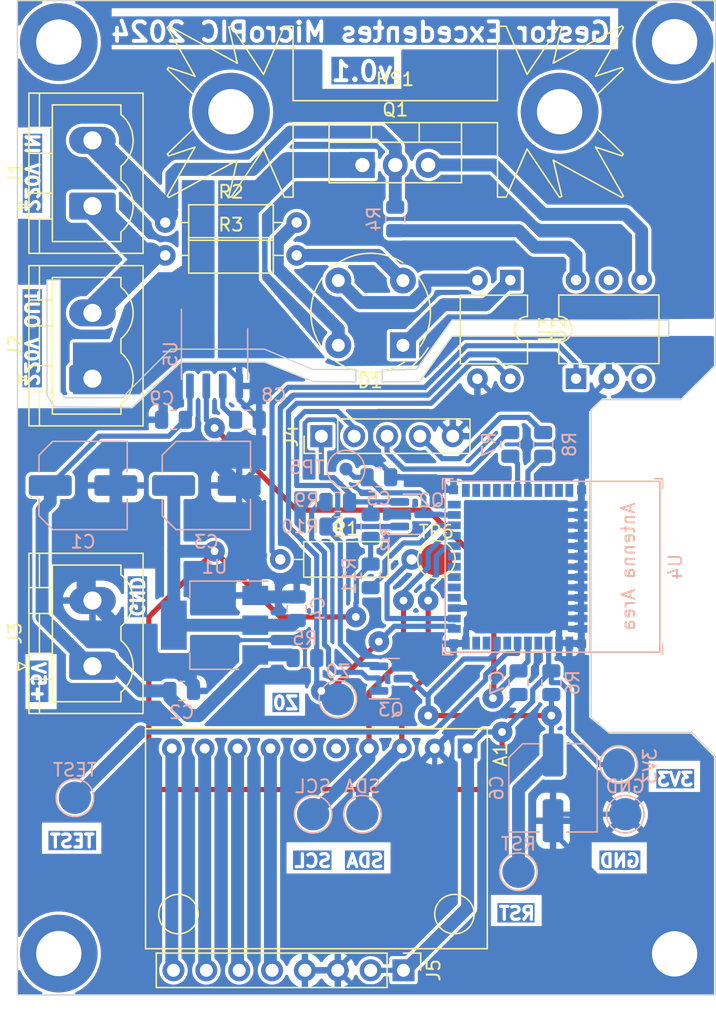
<source format=kicad_pcb>
(kicad_pcb (version 20221018) (generator pcbnew)
  (layers (0 "F.Cu" signal) (31 "B.Cu" signal) (34 "B.Paste" user) (35 "F.Paste" user) (36 "B.SilkS" user "B.Silkscreen") (37 "F.SilkS" user "F.Silkscreen") (38 "B.Mask" user) (39 "F.Mask" user) (44 "Edge.Cuts" user))
  (net 0 "")
  (net 1 "Net-(D1-+)")
  (net 2 "Net-(D1-Pad2)")
  (net 3 "Net-(D1--)")
  (net 4 "Net-(D1-Pad4)")
  (net 5 "Net-(J1-Pin_2)")
  (net 6 "Net-(Q1-G)")
  (net 7 "Net-(Q2-B)")
  (net 8 "/DTR")
  (net 9 "Net-(Q2-C)")
  (net 10 "Net-(Q3-B)")
  (net 11 "/RTS")
  (net 12 "/CHIP_PU")
  (net 13 "GND")
  (net 14 "+3V3")
  (net 15 "VCC")
  (net 16 "/Cruce0")
  (net 18 "Consumo")
  (net 19 "Net-(U4-GPIO3{slash}ADC1_CH3)")
  (net 23 "/Triac")
  (net 29 "Net-(U5-FILTER)")
  (net 36 "Net-(U4-GPIO20{slash}U0RXD)")
  (net 37 "Net-(U4-GPIO21{slash}U0TXD)")
  (net 42 "Net-(R1-Pad1)")
  (net 43 "/U0RXD")
  (net 44 "/U0TXD")
  (net 45 "Net-(J1-Pin_1)")
  (net 46 "Net-(R4-Pad2)")
  (net 49 "Net-(U4-GPIO8)")
  (net 50 "/SDA")
  (net 51 "/SCL")
  (net 54 "Net-(A1-A0)")
  (net 55 "Net-(A1-A1)")
  (net 56 "Net-(A1-A2)")
  (net 57 "Net-(A1-A3)")
  (net 58 "Net-(J2-Pin_1)")
  (net 59 "Net-(Q1-A1)")
  (footprint "Package_TO_SOT_THT:TO-220-3_Vertical" (layer "F.Cu") (at 52.07 33.02)
    (fp_text reference "Q1")
    (fp_text value "BTA16-600B")
  )
  (footprint "Package_DIP:DIP-6_W7.62mm" (layer "F.Cu") (at 68.58 49.53 90)
    (fp_text reference "U3")
    (fp_text value "MOC3021M")
  )
  (footprint "Resistor_THT:R_Axial_DIN0207_L6.3mm_D2.5mm_P10.16mm_Horizontal" (layer "F.Cu") (at 36.83 40.005)
    (fp_text reference "R3")
    (fp_text value "30K 1/2W")
  )
  (footprint "Resistor_THT:R_Axial_DIN0207_L6.3mm_D2.5mm_P10.16mm_Horizontal" (layer "F.Cu") (at 36.83 37.465)
    (fp_text reference "R2")
    (fp_text value "30K 1/2W")
  )
  (footprint "Connector_Phoenix_MSTB:PhoenixContact_MSTBVA_2,5_2-G-5,08_1x02_P5.08mm_Vertical" (layer "F.Cu") (at 31.2025 36.195 90)
    (fp_text reference "J1")
    (fp_text value "220Vac")
  )
  (footprint "Connector_PinHeader_2.54mm:PinHeader_1x05_P2.54mm_Vertical" (layer "F.Cu") (at 48.895 53.975 90)
    (fp_text reference "J4")
    (fp_text value "Programación")
  )
  (footprint "TestPoint:TestPoint_Pad_D2.5mm" (layer "F.Cu") (at 57.785 63.5)
    (fp_text reference "TP6")
    (fp_text value "Triac")
  )
  (footprint "Resistor_THT:R_Axial_DIN0207_L6.3mm_D2.5mm_P10.16mm_Horizontal" (layer "F.Cu") (at 45.72 63.5)
    (fp_text reference "R1")
    (fp_text value "1K")
  )
  (footprint "Package_DIP:DIP-4_W7.62mm" (layer "F.Cu") (at 63.5 41.92 -90)
    (fp_text reference "U2")
    (fp_text value "PC817")
  )
  (footprint "Charleslab:ADC1115_ADC_Module" (layer "F.Cu") (at 60.198 78.105 -90)
    (fp_text reference "A1")
    (fp_text value "ADS1115_ADC_Module")
  )
  (footprint "Diode_THT:Diode_Bridge_Round_D9.0mm" (layer "F.Cu") (at 55.205 46.95 180)
    (fp_text reference "D1")
    (fp_text value "B500R")
  )
  (footprint "Connector_Phoenix_MSTB:PhoenixContact_MSTBVA_2,5_2-G-5,08_1x02_P5.08mm_Vertical" (layer "F.Cu") (at 31.2025 71.755 90)
    (fp_text reference "J3")
    (fp_text value "5V")
  )
  (footprint "Connector_Phoenix_MSTB:PhoenixContact_MSTBVA_2,5_2-G-5,08_1x02_P5.08mm_Vertical" (layer "F.Cu") (at 31.2025 49.53 90)
    (fp_text reference "J2")
    (fp_text value "Salida")
  )
  (footprint "Heatsink:Heatsink_Fischer_SK104-STCB_35x13mm__2xDrill3.5mm_ScrewM3" (layer "F.Cu") (at 54.61 28.9)
    (fp_text reference "HS1")
    (fp_text value "Heatsink")
  )
  (footprint "Connector_PinHeader_2.54mm:PinHeader_1x08_P2.54mm_Vertical" (layer "F.Cu") (at 55.245 95.25 -90)
    (fp_text reference "J5")
    (fp_text value "Analógicas")
  )
  (footprint "Resistor_SMD:R_0805_2012Metric" (layer "B.Cu") (at 66.675 73.025 90)
    (fp_text reference "R6")
    (fp_text value "10K")
  )
  (footprint "TestPoint:TestPoint_Pad_D2.5mm" (layer "B.Cu") (at 71.882 79.3496 180)
    (fp_text reference "3V3")
    (fp_text value "3V3")
  )
  (footprint "Capacitor_SMD:C_Elec_6.3x7.7" (layer "B.Cu") (at 66.802 81.153 -90)
    (fp_text reference "C6")
    (fp_text value "1uF")
  )
  (footprint "Package_TO_SOT_SMD:SOT-23" (layer "B.Cu") (at 54.2775 72.71)
    (fp_text reference "Q3")
    (fp_text value "BC817")
  )
  (footprint "Resistor_SMD:R_0805_2012Metric" (layer "B.Cu") (at 54.61 37.1875 -90)
    (fp_text reference "R4")
    (fp_text value "1K")
  )
  (footprint "TestPoint:TestPoint_Pad_D2.5mm" (layer "B.Cu") (at 50.165 74.295 180)
    (fp_text reference "Z0")
    (fp_text value "Cruce0")
  )
  (footprint "Resistor_SMD:R_0805_2012Metric" (layer "B.Cu") (at 53.34 57.15)
    (fp_text reference "C5")
    (fp_text value "100nF")
  )
  (footprint "Resistor_SMD:R_0805_2012Metric" (layer "B.Cu") (at 38.1 73.66)
    (fp_text reference "C2")
    (fp_text value "100nF")
  )
  (footprint "Resistor_SMD:R_0805_2012Metric" (layer "B.Cu") (at 43.18 52.705)
    (fp_text reference "C8")
    (fp_text value "1nF")
  )
  (footprint "TestPoint:TestPoint_Pad_D2.5mm" (layer "B.Cu") (at 52.07 83.185 180)
    (fp_text reference "SDA")
    (fp_text value "SDA")
  )
  (footprint "Resistor_SMD:R_0805_2012Metric" (layer "B.Cu") (at 46.99 67.31 90)
    (fp_text reference "C4")
    (fp_text value "100nF")
  )
  (footprint "Resistor_SMD:R_0805_2012Metric" (layer "B.Cu") (at 37.465 52.705 180)
    (fp_text reference "C9")
    (fp_text value "100nF")
  )
  (footprint "TestPoint:TestPoint_Pad_D2.5mm" (layer "B.Cu") (at 50.8 56.515 180)
    (fp_text reference "TP5")
    (fp_text value "GPIO9")
  )
  (footprint "Package_TO_SOT_SMD:SOT-223-3_TabPin2" (layer "B.Cu") (at 40.64 68.58 180)
    (fp_text reference "U1")
    (fp_text value "LM1117DT-3.3")
  )
  (footprint "Resistor_SMD:R_0805_2012Metric" (layer "B.Cu") (at 52.705 60.96 90)
    (fp_text reference "R12")
    (fp_text value "10K")
  )
  (footprint "TestPoint:TestPoint_Pad_D2.5mm" (layer "B.Cu") (at 64.135 87.63 180)
    (fp_text reference "RST")
    (fp_text value "CHIP_PU")
  )
  (footprint "Resistor_SMD:R_0805_2012Metric" (layer "B.Cu") (at 63.5 54.61 -90)
    (fp_text reference "R7")
    (fp_text value "0")
  )
  (footprint "Resistor_SMD:R_0805_2012Metric" (layer "B.Cu") (at 52.705 64.77 -90)
    (fp_text reference "R11")
    (fp_text value "10K")
  )
  (footprint "Capacitor_SMD:C_Elec_6.3x7.7" (layer "B.Cu") (at 40.005 57.785)
    (fp_text reference "C3")
    (fp_text value "100uF")
  )
  (footprint "PCM_Espressif:ESP32-C3-MINI-1" (layer "B.Cu") (at 66.765 64.065 90)
    (fp_text reference "U4")
    (fp_text value "ESP32-C3-MINI-1")
  )
  (footprint "Resistor_SMD:R_0805_2012Metric" (layer "B.Cu") (at 64.135 73.025 -90)
    (fp_text reference "C7")
    (fp_text value "10nF")
  )
  (footprint "TestPoint:TestPoint_Pad_D2.5mm" (layer "B.Cu") (at 48.26 83.185 180)
    (fp_text reference "SCL")
    (fp_text value "SCL")
  )
  (footprint "Package_TO_SOT_SMD:SOT-23" (layer "B.Cu") (at 55.88 60.005)
    (fp_text reference "Q2")
    (fp_text value "BC807")
  )
  (footprint "Resistor_SMD:R_0805_2012Metric" (layer "B.Cu") (at 47.625 71.12 180)
    (fp_text reference "R5")
    (fp_text value "1K")
  )
  (footprint "Resistor_SMD:R_0805_2012Metric" (layer "B.Cu") (at 50.165 59.055)
    (fp_text reference "R9")
    (fp_text value "10K")
  )
  (footprint "Capacitor_SMD:C_Elec_6.3x7.7" (layer "B.Cu") (at 30.4775 57.785)
    (fp_text reference "C1")
    (fp_text value "100uF")
  )
  (footprint "Package_SO:SOIC-8_3.9x4.9mm_P1.27mm" (layer "B.Cu") (at 40.64 47.625 -90)
    (fp_text reference "U5")
    (fp_text value "ACS724LLCTR-10AB-S")
  )
  (footprint "Resistor_SMD:R_0805_2012Metric" (layer "B.Cu") (at 50.165 60.96 180)
    (fp_text reference "R10")
    (fp_text value "10K")
  )
  (footprint "TestPoint:TestPoint_Pad_D2.5mm" (layer "B.Cu") (at 29.845 81.915 180)
    (fp_text reference "TEST")
    (fp_text value "Test1")
  )
  (footprint "Resistor_SMD:R_0805_2012Metric" (layer "B.Cu") (at 66.04 54.61 -90)
    (fp_text reference "R8")
    (fp_text value "0")
  )
  (footprint "TestPoint:TestPoint_Pad_D2.5mm" (layer "B.Cu") (at 72.39 83.185 180)
    (fp_text reference "GND")
    (fp_text value "GND")
  )
  (gr_poly (pts (xy 40.5384 47.2948) (xy 40.5384 34.29) (xy 39.37 34.29) (xy 38.2 34.29) (xy 38.22 40.83) (xy 37.36 41.41)) (stroke (width 0.2)) (fill solid) (layer "B.Cu"))
  (gr_poly (pts (xy 34.798 50.6476) (xy 37.9984 47.8536) (xy 40.5384 47.8536) (xy 40.5384 46.3296) (xy 40.386 41.402) (xy 36.322 41.402) (xy 33.782 43.942) (xy 32.766 46.829389) (xy 29.788757 46.829389) (xy 29.788757 50.639389) (xy 32.328757 50.639389)) (stroke (width 0.2)) (fill solid) (layer "B.Cu"))
  (gr_poly (pts (xy 40.9956 47.8536) (xy 43.9928 47.8536) (xy 43.942 34.29) (xy 41.021 34.29)) (stroke (width 0.2)) (fill solid) (layer "B.Cu"))
  (gr_poly (pts (xy 44 42) (xy 49.022 47.8536) (xy 43.9928 47.8536)) (stroke (width 0.2)) (fill solid) (layer "B.Cu"))
  (gr_line (start 44.5 48.25) (end 48.25 49.75) (stroke (width 0.1)) (layer "Edge.Cuts"))
  (gr_line (start 56.5 49.75) (end 59 46.25) (stroke (width 0.1)) (layer "Edge.Cuts"))
  (gr_line (start 29.0576 51.0032) (end 28.702 50.546) (stroke (width 0.1)) (layer "Edge.Cuts"))
  (gr_line (start 33.5 51) (end 37 47.5) (stroke (width 0.1)) (layer "Edge.Cuts"))
  (gr_line (start 51.562 49.784) (end 48.25 49.75) (stroke (width 0.1)) (layer "Edge.Cuts"))
  (gr_line (start 38 48.25) (end 34.25 51.75) (stroke (width 0.1)) (layer "Edge.Cuts"))
  (gr_line (start 44.5 48.25) (end 38 48.25) (stroke (width 0.1)) (layer "Edge.Cuts"))
  (gr_line (start 25.4 97.155) (end 25.4 20.32) (stroke (width 0.1)) (layer "Edge.Cuts"))
  (gr_line (start 70.5612 51.1556) (end 69.7484 51.9176) (stroke (width 0.1)) (layer "Edge.Cuts"))
  (gr_line (start 28.702 41.91) (end 27.686 41.91) (stroke (width 0.1)) (layer "Edge.Cuts"))
  (gr_line (start 69.7484 75.692) (end 71.0692 76.8604) (stroke (width 0.1)) (layer "Edge.Cuts"))
  (gr_line (start 51.562 48.8188) (end 51.562 49.784) (stroke (width 0.1)) (layer "Edge.Cuts"))
  (gr_line (start 27.686 41.91) (end 27.686 50.8) (stroke (width 0.1)) (layer "Edge.Cuts"))
  (gr_line (start 59 45) (end 75.75 45) (stroke (width 0.1)) (layer "Edge.Cuts"))
  (gr_line (start 33.5 51) (end 29.0576 51.0032) (stroke (width 0.1)) (layer "Edge.Cuts"))
  (gr_line (start 79.375 20.32) (end 79.375 48.4632) (stroke (width 0.1)) (layer "Edge.Cuts"))
  (gr_line (start 53.594 48.8696) (end 53.594 49.784) (stroke (width 0.1)) (layer "Edge.Cuts"))
  (gr_line (start 69.7484 51.9176) (end 69.7484 75.692) (stroke (width 0.1)) (layer "Edge.Cuts"))
  (gr_line (start 25.4 20.32) (end 79.375 20.32) (stroke (width 0.1)) (layer "Edge.Cuts"))
  (gr_line (start 77.5208 76.8604) (end 79.375 78.6892) (stroke (width 0.1)) (layer "Edge.Cuts"))
  (gr_line (start 37.25 47.25) (end 44.5 47.25) (stroke (width 0.1)) (layer "Edge.Cuts"))
  (gr_line (start 44.5 47.25) (end 48.2092 48.8188) (stroke (width 0.1)) (layer "Edge.Cuts"))
  (gr_line (start 71.0692 76.8604) (end 77.5208 76.8604) (stroke (width 0.1)) (layer "Edge.Cuts"))
  (gr_line (start 79.375 78.6892) (end 79.375 97.155) (stroke (width 0.1)) (layer "Edge.Cuts"))
  (gr_line (start 34.25 51.75) (end 33.5 51.75) (stroke (width 0.1)) (layer "Edge.Cuts"))
  (gr_line (start 28.702 50.546) (end 28.702 41.91) (stroke (width 0.1)) (layer "Edge.Cuts"))
  (gr_line (start 27.686 50.8) (end 28.2448 51.7144) (stroke (width 0.1)) (layer "Edge.Cuts"))
  (gr_line (start 75.75 46.25) (end 59 46.25) (stroke (width 0.1)) (layer "Edge.Cuts"))
  (gr_line (start 48.2092 48.8188) (end 51.562 48.8188) (stroke (width 0.1)) (layer "Edge.Cuts"))
  (gr_line (start 76.6572 51.1556) (end 70.5612 51.1556) (stroke (width 0.1)) (layer "Edge.Cuts"))
  (gr_line (start 76.6572 51.1556) (end 79.375 48.4632) (stroke (width 0.1)) (layer "Edge.Cuts"))
  (gr_line (start 33.5 51.75) (end 29.0576 51.7144) (stroke (width 0.1)) (layer "Edge.Cuts"))
  (gr_line (start 75.75 45) (end 75.75 46.25) (stroke (width 0.1)) (layer "Edge.Cuts"))
  (gr_line (start 37 47.5) (end 37.25 47.25) (stroke (width 0.1)) (layer "Edge.Cuts"))
  (gr_line (start 79.375 97.155) (end 25.4 97.155) (stroke (width 0.1)) (layer "Edge.Cuts"))
  (gr_line (start 29.0576 51.7144) (end 28.2448 51.7144) (stroke (width 0.1)) (layer "Edge.Cuts"))
  (gr_line (start 53.594 49.784) (end 56.5 49.75) (stroke (width 0.1)) (layer "Edge.Cuts"))
  (gr_line (start 56.2356 48.8188) (end 53.594 48.8696) (stroke (width 0.1)) (layer "Edge.Cuts"))
  (gr_line (start 56.2356 48.8188) (end 59 45) (stroke (width 0.1)) (layer "Edge.Cuts"))
  (gr_text "SCL" (at 49.784 87.376) (layer "B.Cu" knockout) (effects (font (size 1 1) (thickness 0.25) bold) (justify left bottom mirror)))
  (gr_text "SDA" (at 53.848 87.376) (layer "B.Cu" knockout) (effects (font (size 1 1) (thickness 0.25) bold) (justify left bottom mirror)))
  (gr_text "v0.1" (at 54.61 26.67) (layer "B.Cu" knockout) (effects (font (size 1.5 1.5) (thickness 0.3) bold) (justify left bottom mirror)))
  (gr_text "Gestor Excedentes MicroPIC 2024" (at 71.374 23.622) (layer "B.Cu" knockout) (effects (font (size 1.5 1.5) (thickness 0.3) bold) (justify left bottom mirror)))
  (gr_text "GND" (at 73.66 87.376) (layer "B.Cu" knockout) (effects (font (size 1 1) (thickness 0.25) bold) (justify left bottom mirror)))
  (gr_text "GND" (at 34.036 68.072 270) (layer "B.Cu" knockout) (effects (font (size 1 1) (thickness 0.25) bold) (justify left bottom mirror)))
  (gr_text "+5V" (at 26.416 74.676 270) (layer "B.Cu" knockout) (effects (font (size 1 1) (thickness 0.25) bold) (justify left bottom mirror)))
  (gr_text "Z0" (at 47.244 75.184) (layer "B.Cu" knockout) (effects (font (size 1 1) (thickness 0.25) bold) (justify left bottom mirror)))
  (gr_text "TEST" (at 31.496 85.852) (layer "B.Cu" knockout) (effects (font (size 1 1) (thickness 0.25) bold) (justify left bottom mirror)))
  (gr_text "3V3" (at 77.7748 81.0768) (layer "B.Cu" knockout) (effects (font (size 1 1) (thickness 0.25) bold) (justify left bottom mirror)))
  (gr_text "220V IN" (at 25.9334 36.7792 270) (layer "B.Cu" knockout) (effects (font (size 1 1) (thickness 0.25) bold) (justify left bottom mirror)))
  (gr_text "220V OUT" (at 25.908 50.2666 270) (layer "B.Cu" knockout) (effects (font (size 1 1) (thickness 0.25) bold) (justify left bottom mirror)))
  (gr_text "RST" (at 65.532 91.44) (layer "B.Cu" knockout) (effects (font (size 1 1) (thickness 0.25) bold) (justify left bottom mirror)))
  (via (at 28.5995 23.5195) (size 6) (drill 3.5) (layers "F.Cu" "B.Cu") (net 0))
  (via (at 76.2 23.495) (size 6) (drill 3.5) (layers "F.Cu" "B.Cu") (net 0))
  (via (at 28.5995 93.9555) (size 6) (drill 3.5) (layers "F.Cu" "B.Cu") (net 0))
  (segment (start 55.205 46.95) (end 58.34 43.815) (width 1) (layer "B.Cu") (net 1))
  (segment (start 58.34 43.815) (end 61.605 43.815) (width 1) (layer "B.Cu") (net 1))
  (segment (start 61.605 43.815) (end 63.5 41.92) (width 1) (layer "B.Cu") (net 1))
  (segment (start 46.99 40.005) (end 53.26 40.005) (width 1) (layer "B.Cu") (net 2))
  (segment (start 53.26 40.005) (end 55.205 41.95) (width 1) (layer "B.Cu") (net 2))
  (segment (start 51.905 43.65) (end 50.205 41.95) (width 1) (layer "B.Cu") (net 3))
  (segment (start 55.909164 43.65) (end 51.905 43.65) (width 1) (layer "B.Cu") (net 3))
  (segment (start 56.905 42.654164) (end 55.909164 43.65) (width 1) (layer "B.Cu") (net 3))
  (segment (start 60.96 41.92) (end 56.905 41.92) (width 1) (layer "B.Cu") (net 3))
  (segment (start 56.905 41.92) (end 56.905 42.654164) (width 1) (layer "B.Cu") (net 3))
  (segment (start 50.205 45.705) (end 50.205 46.95) (width 1) (layer "B.Cu") (net 4))
  (segment (start 46.99 37.465) (end 45.49 38.965) (width 1) (layer "B.Cu") (net 4))
  (segment (start 45.49 40.99) (end 50.205 45.705) (width 1) (layer "B.Cu") (net 4))
  (segment (start 45.49 38.965) (end 45.49 40.99) (width 1) (layer "B.Cu") (net 4))
  (segment (start 53.42875 30.48) (end 46.490836 30.48) (width 1) (layer "B.Cu") (net 5))
  (segment (start 36.83 36.7425) (end 36.83 37.465) (width 1) (layer "B.Cu") (net 5))
  (segment (start 43.611078 33.359758) (end 37.760242 33.359758) (width 1) (layer "B.Cu") (net 5))
  (segment (start 37.338 33.782) (end 37.338 36.2345) (width 1) (layer "B.Cu") (net 5))
  (segment (start 37.760242 33.359758) (end 37.338 33.782) (width 1) (layer "B.Cu") (net 5))
  (segment (start 46.490836 30.48) (end 43.611078 33.359758) (width 1) (layer "B.Cu") (net 5))
  (segment (start 54.61 31.66125) (end 53.42875 30.48) (width 1) (layer "B.Cu") (net 5))
  (segment (start 36.83 36.7425) (end 31.2025 31.115) (width 2) (layer "B.Cu") (net 5))
  (segment (start 54.61 33.02) (end 54.61 36.275) (width 1) (layer "B.Cu") (net 5))
  (segment (start 37.338 36.2345) (end 36.83 36.7425) (width 1) (layer "B.Cu") (net 5))
  (segment (start 54.61 33.02) (end 54.61 31.66125) (width 1) (layer "B.Cu") (net 5))
  (segment (start 73.66 38.1) (end 73.66 41.91) (width 1) (layer "B.Cu") (net 6))
  (segment (start 57.15 33.02) (end 62.23 33.02) (width 1) (layer "B.Cu") (net 6))
  (segment (start 66.04 36.83) (end 72.39 36.83) (width 1) (layer "B.Cu") (net 6))
  (segment (start 72.39 36.83) (end 73.66 38.1) (width 1) (layer "B.Cu") (net 6))
  (segment (start 62.23 33.02) (end 66.04 36.83) (width 1) (layer "B.Cu") (net 6))
  (segment (start 54.9425 60.955) (end 51.0825 60.955) (width 0.4) (layer "B.Cu") (net 7))
  (segment (start 51.0825 60.955) (end 51.0775 60.96) (width 0.4) (layer "B.Cu") (net 7))
  (segment (start 48.895 57.185) (end 48.895 53.975) (width 0.4) (layer "B.Cu") (net 8))
  (segment (start 52.705 60.0475) (end 52.705 59.055) (width 0.4) (layer "B.Cu") (net 8))
  (segment (start 54.9425 59.055) (end 53.34 59.055) (width 0.4) (layer "B.Cu") (net 8))
  (segment (start 53.34 59.055) (end 52.705 59.055) (width 0.4) (layer "B.Cu") (net 8))
  (segment (start 49.862767 57.185) (end 48.895 57.185) (width 0.4) (layer "B.Cu") (net 8))
  (segment (start 51.0775 59.055) (end 51.0775 58.399733) (width 0.4) (layer "B.Cu") (net 8))
  (segment (start 51.0775 58.399733) (end 49.862767 57.185) (width 0.4) (layer "B.Cu") (net 8))
  (segment (start 52.705 59.055) (end 51.0775 59.055) (width 0.4) (layer "B.Cu") (net 8))
  (segment (start 52.4275 57.15) (end 51.435 57.15) (width 0.4) (layer "B.Cu") (net 9))
  (segment (start 56.8175 60.005) (end 58.105 60.005) (width 0.4) (layer "B.Cu") (net 9))
  (segment (start 58.105 60.005) (end 58.165 60.065) (width 0.4) (layer "B.Cu") (net 9))
  (segment (start 51.435 57.15) (end 50.8 56.515) (width 0.4) (layer "B.Cu") (net 9))
  (segment (start 53.6325 58.355) (end 52.4275 57.15) (width 0.4) (layer "B.Cu") (net 9))
  (segment (start 58.165 60.065) (end 59.055 60.065) (width 0.4) (layer "B.Cu") (net 9))
  (segment (start 56.45 58.355) (end 53.6325 58.355) (width 0.4) (layer "B.Cu") (net 9))
  (segment (start 56.8175 60.005) (end 56.8175 58.7225) (width 0.4) (layer "B.Cu") (net 9))
  (segment (start 56.8175 58.7225) (end 56.45 58.355) (width 0.4) (layer "B.Cu") (net 9))
  (segment (start 49.45 71.675) (end 49.45 70.400761) (width 0.4) (layer "B.Cu") (net 10))
  (segment (start 49.99566 72.22066) (end 49.45 71.675) (width 0.4) (layer "B.Cu") (net 10))
  (segment (start 49.1375 62.963959) (end 48.14 61.966459) (width 0.4) (layer "B.Cu") (net 10))
  (segment (start 48.14 59.81) (end 48.895 59.055) (width 0.4) (layer "B.Cu") (net 10))
  (segment (start 48.14 61.966459) (end 48.14 59.81) (width 0.4) (layer "B.Cu") (net 10))
  (segment (start 52.44184 72.66) (end 52.0025 72.22066) (width 0.4) (layer "B.Cu") (net 10))
  (segment (start 53.34 72.66) (end 52.44184 72.66) (width 0.4) (layer "B.Cu") (net 10))
  (segment (start 52.0025 72.22066) (end 49.99566 72.22066) (width 0.4) (layer "B.Cu") (net 10))
  (segment (start 53.34 73.66) (end 53.34 72.66) (width 0.4) (layer "B.Cu") (net 10))
  (segment (start 49.1375 70.088261) (end 49.1375 62.963959) (width 0.4) (layer "B.Cu") (net 10))
  (segment (start 48.895 59.055) (end 49.2525 59.055) (width 0.4) (layer "B.Cu") (net 10))
  (segment (start 49.45 70.400761) (end 49.1375 70.088261) (width 0.4) (layer "B.Cu") (net 10))
  (segment (start 51.93566 71.62066) (end 50.36 70.045) (width 0.4) (layer "B.Cu") (net 11))
  (segment (start 49.2525 60.96) (end 50.165 60.0475) (width 0.4) (layer "B.Cu") (net 11))
  (segment (start 49.614239 57.785) (end 46.99 57.785) (width 0.4) (layer "B.Cu") (net 11))
  (segment (start 49.2525 61.049582) (end 49.2525 60.96) (width 0.4) (layer "B.Cu") (net 11))
  (segment (start 46.99 57.785) (end 46.99 52.705) (width 0.4) (layer "B.Cu") (net 11))
  (segment (start 46.99 52.705) (end 47.625 52.07) (width 0.4) (layer "B.Cu") (net 11))
  (segment (start 51.435 53.34) (end 51.435 53.975) (width 0.4) (layer "B.Cu") (net 11))
  (segment (start 50.165 58.335761) (end 49.614239 57.785) (width 0.4) (layer "B.Cu") (net 11))
  (segment (start 50.36 70.045) (end 50.36 62.157082) (width 0.4) (layer "B.Cu") (net 11))
  (segment (start 50.165 60.0475) (end 50.165 58.335761) (width 0.4) (layer "B.Cu") (net 11))
  (segment (start 53.20066 71.62066) (end 51.93566 71.62066) (width 0.4) (layer "B.Cu") (net 11))
  (segment (start 53.34 71.76) (end 53.20066 71.62066) (width 0.4) (layer "B.Cu") (net 11))
  (segment (start 50.165 52.07) (end 51.435 53.34) (width 0.4) (layer "B.Cu") (net 11))
  (segment (start 50.36 62.157082) (end 49.2525 61.049582) (width 0.4) (layer "B.Cu") (net 11))
  (segment (start 47.625 52.07) (end 50.165 52.07) (width 0.4) (layer "B.Cu") (net 11))
  (segment (start 66.675 75.565) (end 57.15 75.565) (width 0.4) (layer "F.Cu") (net 12))
  (via (at 66.675 75.565) (size 1.6) (drill 0.6) (layers "F.Cu" "B.Cu") (net 12))
  (via (at 57.15 75.565) (size 1.6) (drill 0.6) (layers "F.Cu" "B.Cu") (net 12))
  (segment (start 57.15 73.9375) (end 57.15 75.565) (width 0.4) (layer "B.Cu") (net 12))
  (segment (start 66.675 75.565) (end 66.675 78.4885) (width 0.4) (layer "B.Cu") (net 12))
  (segment (start 66.675 78.4885) (end 66.802 78.6155) (width 0.4) (layer "B.Cu") (net 12))
  (segment (start 62.465 69.965) (end 62.465 70.605) (width 0.4) (layer "B.Cu") (net 12))
  (segment (start 61.88 71.19) (end 59.8975 71.19) (width 0.4) (layer "B.Cu") (net 12))
  (segment (start 66.802 78.6155) (end 64.135 81.2825) (width 1) (layer "B.Cu") (net 12))
  (segment (start 62.465 70.605) (end 61.88 71.19) (width 0.4) (layer "B.Cu") (net 12))
  (segment (start 66.675 73.9375) (end 66.675 75.565) (width 0.4) (layer "B.Cu") (net 12))
  (segment (start 55.7075 72.71) (end 56.935 73.9375) (width 0.4) (layer "B.Cu") (net 12))
  (segment (start 56.935 73.9375) (end 57.15 73.9375) (width 0.4) (layer "B.Cu") (net 12))
  (segment (start 64.135 81.2825) (end 64.135 87.63) (width 1) (layer "B.Cu") (net 12))
  (segment (start 55.215 72.71) (end 55.7075 72.71) (width 0.4) (layer "B.Cu") (net 12))
  (segment (start 59.8975 71.19) (end 57.15 73.9375) (width 0.4) (layer "B.Cu") (net 12))
  (via (at 76.2 93.98) (size 6) (drill 3.5) (layers "F.Cu" "B.Cu") (net 13))
  (segment (start 30.48 62.865) (end 33.015 60.33) (width 1) (layer "B.Cu") (net 13))
  (segment (start 30.48 66.04) (end 30.48 62.865) (width 1) (layer "B.Cu") (net 13))
  (segment (start 57.75 57.115) (end 58.75 58.115) (width 0.4) (layer "B.Cu") (net 13))
  (segment (start 68.965 66.465) (end 66.465 66.465) (width 0.4) (layer "B.Cu") (net 13))
  (segment (start 36.5 72.06) (end 37.926346 72.06) (width 1) (layer "B.Cu") (net 13))
  (segment (start 62.5075 75.565) (end 64.135 73.9375) (width 0.4) (layer "B.Cu") (net 13))
  (segment (start 65.405 50.165) (end 65.405 48.26) (width 0.4) (layer "B.Cu") (net 13))
  (segment (start 60.96 49.54) (end 62.22 50.8) (width 0.4) (layer "B.Cu") (net 13))
  (segment (start 33.655 55.88) (end 33.015 56.52) (width 1) (layer "B.Cu") (net 13))
  (segment (start 60.065 68.84) (end 62.09 66.815) (width 0.4) (layer "B.Cu") (net 13))
  (segment (start 50.165 95.123) (end 57.658 87.63) (width 0.4) (layer "B.Cu") (net 13))
  (segment (start 33.015 60.33) (end 33.015 57.785) (width 1) (layer "B.Cu") (net 13))
  (segment (start 73.66 81.915) (end 72.39 83.185) (width 0.4) (layer "B.Cu") (net 13))
  (segment (start 37.465 55.88) (end 40.6375 55.88) (width 1) (layer "B.Cu") (net 13))
  (segment (start 37.465 55.88) (end 33.655 55.88) (width 1) (layer "B.Cu") (net 13))
  (segment (start 38.357183 48.725) (end 36.83 50.252183) (width 0.4) (layer "B.Cu") (net 13))
  (segment (start 50.165 95.25) (end 51.435 96.52) (width 0.4) (layer "B.Cu") (net 13))
  (segment (start 42.545 50.1) (end 42.545 51.1575) (width 0.4) (layer "B.Cu") (net 13))
  (segment (start 69.85 50.8) (end 71.12 49.53) (width 0.4) (layer "B.Cu") (net 13))
  (segment (start 42.545 49.617183) (end 41.652817 48.725) (width 0.4) (layer "B.Cu") (net 13))
  (segment (start 45.72 61.595) (end 46.99 62.865) (width 0.4) (layer "B.Cu") (net 13))
  (segment (start 60.865 67.265) (end 62.09 66.04) (width 0.4) (layer "B.Cu") (net 13))
  (segment (start 73.66 78.794147) (end 73.66 81.915) (width 0.4) (layer "B.Cu") (net 13))
  (segment (start 62.22 50.8) (end 64.77 50.8) (width 0.4) (layer "B.Cu") (net 13))
  (segment (start 64.065 62.09) (end 64.065 66.04) (width 0.4) (layer "B.Cu") (net 13))
  (segment (start 57.15 52.07) (end 53.34 52.07) (width 0.4) (layer "B.Cu") (net 13))
  (segment (start 69.015 58.115) (end 69.015 70.015) (width 0.4) (layer "B.Cu") (net 13))
  (segment (start 69.015 70.015) (end 68.965 69.965) (width 0.4) (layer "B.Cu") (net 13))
  (segment (start 66.04 66.04) (end 66.675 66.675) (width 0.4) (layer "B.Cu") (net 13))
  (segment (start 50.165 95.25) (end 50.165 95.123) (width 0.4) (layer "B.Cu") (net 13))
  (segment (start 65.405 50.165) (end 66.04 50.8) (width 0.4) (layer "B.Cu") (net 13))
  (segment (start 59.055 53.975) (end 57.15 52.07) (width 0.4) (layer "B.Cu") (net 13))
  (segment (start 39.0125 73.146154) (end 39.0125 73.66) (width 1) (layer "B.Cu") (net 13))
  (segment (start 69.015 58.115) (end 69.015 51.635) (width 0.4) (layer "B.Cu") (net 13))
  (segment (start 69.015 70.015) (end 69.015 70.765) (width 0.4) (layer "B.Cu") (net 13))
  (segment (start 66.802 84.582) (end 76.2 93.98) (width 0.4) (layer "B.Cu") (net 13))
  (segment (start 52.705 55.351764) (end 54.468236 57.115) (width 0.4) (layer "B.Cu") (net 13))
  (segment (start 68.7832 70.9968) (end 68.7832 75.9968) (width 0.4) (layer "B.Cu") (net 13))
  (segment (start 47.625 95.25) (end 50.165 95.25) (width 0.4) (layer "B.Cu") (net 13))
  (segment (start 43.79 66.28) (end 43.79 59.0325) (width 1) (layer "B.Cu") (net 13))
  (segment (start 65.405 48.26) (end 64.77 47.625) (width 0.4) (layer "B.Cu") (net 13))
  (segment (start 40.6375 55.88) (end 42.5425 57.785) (width 1) (layer "B.Cu") (net 13))
  (segment (start 33.015 56.52) (end 33.015 57.785) (width 1) (layer "B.Cu") (net 13))
  (segment (start 70.842274 78.055874) (end 71.198547 77.6996) (width 0.4) (layer "B.Cu") (net 13))
  (segment (start 69.015 70.765) (end 68.7832 70.9968) (width 0.4) (layer "B.Cu") (net 13))
  (segment (start 54.468236 57.115) (end 57.75 57.115) (width 0.4) (layer "B.Cu") (net 13))
  (segment (start 62.09 66.04) (end 64.065 66.04) (width 0.4) (layer "B.Cu") (net 13))
  (segment (start 46.99 66.3975) (end 43.9075 66.3975) (width 1) (layer "B.Cu") (net 13))
  (segment (start 37.465 55.88) (end 40.005 55.88) (width 0.4) (layer "B.Cu") (net 13))
  (segment (start 71.198547 77.6996) (end 72.565453 77.6996) (width 0.4) (layer "B.Cu") (net 13))
  (segment (start 59.165 67.265) (end 60.865 67.265) (width 0.4) (layer "B.Cu") (net 13))
  (segment (start 66.802 83.6905) (end 66.802 84.582) (width 0.4) (layer "B.Cu") (net 13))
  (segment (start 62.09 62.09) (end 62.09 66.04) (width 0.4) (layer "B.Cu") (net 13))
  (segment (start 44.0925 52.705) (end 44.0925 56.235) (width 0.4) (layer "B.Cu") (net 13))
  (segment (start 60.325 47.625) (end 57.15 50.8) (width 0.4) (layer "B.Cu") (net 13))
  (segment (start 46.99 62.865) (end 46.99 66.3975) (width 0.4) (layer "B.Cu") (net 13))
  (segment (start 53.34 52.07) (end 52.705 52.705) (width 0.4) (layer "B.Cu") (net 13))
  (segment (start 44.0925 56.235) (end 42.5425 57.785) (width 0.4) (layer "B.Cu") (net 13))
  (segment (start 60.065 69.965) (end 60.065 68.84) (width 0.4) (layer "B.Cu") (net 13))
  (segment (start 46.776472 50.8) (end 45.72 51.856472) (width 0.4) (layer "B.Cu") (net 13))
  (segment (start 72.565453 77.6996) (end 73.66 78.794147) (width 0.4) (layer "B.Cu") (net 13))
  (segment (start 60.198 75.565) (end 62.5075 75.565) (width 0.4) (layer "B.Cu") (net 13))
  (segment (start 67.3075 83.185) (end 72.39 83.185) (width 0.4) (layer "B.Cu") (net 13))
  (segment (start 57.658 78.105) (end 60.198 75.565) (width 0.4) (layer "B.Cu") (net 13))
  (segment (start 57.15 50.8) (end 46.776472 50.8) (width 0.4) (layer "B.Cu") (net 13))
  (segment (start 45.72 51.856472) (end 45.72 61.595) (width 0.4) (layer "B.Cu") (net 13))
  (segment (start 42.545 50.1) (end 42.545 49.617183) (width 0.4) (layer "B.Cu") (net 13))
  (segment (start 64.065 64.065) (end 62.09 64.065) (width 0.4) (layer "B.Cu") (net 13))
  (segment (start 41.652817 48.725) (end 38.357183 48.725) (width 0.4) (layer "B.Cu") (net 13))
  (segment (start 60.96 52.07) (end 60.96 49.54) (width 0.4) (layer "B.Cu") (net 13))
  (segment (start 42.545 51.1575) (end 44.0925 52.705) (width 0.4) (layer "B.Cu") (net 13))
  (segment (start 67.265 69.965) (end 68.965 69.965) (width 0.4) (layer "B.Cu") (net 13))
  (segment (start 36.83 50.252183) (end 36.83 52.4275) (width 0.4) (layer "B.Cu") (net 13))
  (segment (start 66.04 66.04) (end 64.065 66.04) (width 0.4) (layer "B.Cu") (net 13))
  (segment (start 60.065 69.965) (end 59.165 69.965) (width 0.4) (layer "B.Cu") (net 13))
  (segment (start 68.7832 75.9968) (end 70.842274 78.055874) (width 0.4) (layer "B.Cu") (net 13))
  (segment (start 43.79 59.0325) (end 42.5425 57.785) (width 1) (layer "B.Cu") (net 13))
  (segment (start 66.802 93.218) (end 66.802 83.6905) (width 0.4) (layer "B.Cu") (net 13))
  (segment (start 43.9075 66.3975) (end 43.79 66.28) (width 1) (layer "B.Cu") (net 13))
  (segment (start 63.5 96.52) (end 66.802 93.218) (width 0.4) (layer "B.Cu") (net 13))
  (segment (start 51.435 96.52) (end 63.5 96.52) (width 0.4) (layer "B.Cu") (net 13))
  (segment (start 69.015 51.635) (end 71.12 49.53) (width 0.4) (layer "B.Cu") (net 13))
  (segment (start 66.802 83.6905) (end 67.3075 83.185) (width 0.4) (layer "B.Cu") (net 13))
  (segment (start 62.09 62.09) (end 66.04 62.09) (width 0.4) (layer "B.Cu") (net 13))
  (segment (start 30.48 66.04) (end 36.5 72.06) (width 1) (layer "B.Cu") (net 13))
  (segment (start 66.04 50.8) (end 69.85 50.8) (width 0.4) (layer "B.Cu") (net 13))
  (segment (start 66.465 66.465) (end 66.04 66.04) (width 0.4) (layer "B.Cu") (net 13))
  (segment (start 59.165 69.965) (end 59.115 70.015) (width 0.4) (layer "B.Cu") (net 13))
  (segment (start 36.83 52.4275) (end 36.5525 52.705) (width 0.4) (layer "B.Cu") (net 13))
  (segment (start 57.658 87.63) (end 57.658 78.105) (width 0.4) (layer "B.Cu") (net 13))
  (segment (start 59.055 53.975) (end 60.96 52.07) (width 0.4) (layer "B.Cu") (net 13))
  (segment (start 58.75 58.115) (end 59.115 58.115) (width 0.4) (layer "B.Cu") (net 13))
  (segment (start 64.77 47.625) (end 60.325 47.625) (width 0.4) (layer "B.Cu") (net 13))
  (segment (start 37.926346 72.06) (end 39.0125 73.146154) (width 1) (layer "B.Cu") (net 13))
  (segment (start 62.09 66.815) (end 62.09 66.04) (width 0.4) (layer "B.Cu") (net 13))
  (segment (start 64.77 50.8) (end 65.405 50.165) (width 0.4) (layer "B.Cu") (net 13))
  (segment (start 66.04 62.09) (end 66.04 66.04) (width 0.4) (layer "B.Cu") (net 13))
  (segment (start 52.705 52.705) (end 52.705 55.351764) (width 0.4) (layer "B.Cu") (net 13))
  (segment (start 36.195 81.28) (end 35.56 80.645) (width 0.4) (layer "F.Cu") (net 14))
  (segment (start 35.56 80.645) (end 35.56 67.945) (width 0.4) (layer "F.Cu") (net 14))
  (segment (start 51.5595 67.945) (end 45.72 67.945) (width 0.4) (layer "F.Cu") (net 14))
  (segment (start 45.72 67.945) (end 40.64 62.865) (width 0.4) (layer "F.Cu") (net 14))
  (segment (start 35.56 67.945) (end 40.64 62.865) (width 0.4) (layer "F.Cu") (net 14))
  (segment (start 62.865 76.835) (end 62.865 80.01) (width 0.4) (layer "F.Cu") (net 14))
  (segment (start 62.865 80.01) (end 61.595 81.28) (width 0.4) (layer "F.Cu") (net 14))
  (segment (start 61.595 81.28) (end 36.195 81.28) (width 0.4) (layer "F.Cu") (net 14))
  (via (at 62.865 76.835) (size 1.6) (drill 0.6) (layers "F.Cu" "B.Cu") (net 14))
  (via (at 51.5595 67.945) (size 1.6) (drill 0.6) (layers "F.Cu" "B.Cu") (net 14))
  (via (at 40.64 62.865) (size 1.6) (drill 0.6) (layers "F.Cu" "B.Cu") (net 14))
  (segment (start 66.675 72.1125) (end 65.235 73.5525) (width 0.4) (layer "B.Cu") (net 14))
  (segment (start 46.99 68.2225) (end 46.6325 68.58) (width 1) (layer "B.Cu") (net 14))
  (segment (start 68.002 73.632761) (end 68.002 76.9428) (width 0.4) (layer "B.Cu") (net 14))
  (segment (start 65.235 73.5525) (end 65.235 74.469239) (width 0.4) (layer "B.Cu") (net 14))
  (segment (start 60.198 90.424) (end 55.372 95.25) (width 1) (layer "B.Cu") (net 14))
  (segment (start 66.675 72.1125) (end 66.675 73.025) (width 0.4) (layer "B.Cu") (net 14))
  (segment (start 37.49 62.865) (end 40.64 62.865) (width 1) (layer "B.Cu") (net 14))
  (segment (start 55.372 95.25) (end 55.245 95.25) (width 0.4) (layer "B.Cu") (net 14))
  (segment (start 62.865 76.835) (end 61.468 76.835) (width 0.4) (layer "B.Cu") (net 14))
  (segment (start 37.49 62.865) (end 37.49 57.8075) (width 1) (layer "B.Cu") (net 14))
  (segment (start 37.49 68.58) (end 43.79 68.58) (width 1) (layer "B.Cu") (net 14))
  (segment (start 67.394239 73.025) (end 68.002 73.632761) (width 0.4) (layer "B.Cu") (net 14))
  (segment (start 62.869239 76.835) (end 62.865 76.835) (width 0.4) (layer "B.Cu") (net 14))
  (segment (start 51.5595 66.8905) (end 51.605 66.845) (width 0.4) (layer "B.Cu") (net 14))
  (segment (start 37.49 68.58) (end 37.49 62.865) (width 1) (layer "B.Cu") (net 14))
  (segment (start 46.6325 68.58) (end 43.79 68.58) (width 1) (layer "B.Cu") (net 14))
  (segment (start 52.705 95.25) (end 55.245 95.25) (width 0.4) (layer "B.Cu") (net 14))
  (segment (start 52.705 61.8725) (end 52.705 63.8575) (width 0.4) (layer "B.Cu") (net 14))
  (segment (start 66.675 73.025) (end 67.394239 73.025) (width 0.4) (layer "B.Cu") (net 14))
  (segment (start 66.465 71.6875) (end 66.465 69.965) (width 0.4) (layer "B.Cu") (net 14))
  (segment (start 68.002 76.9428) (end 70.4088 79.3496) (width 0.4) (layer "B.Cu") (net 14))
  (segment (start 51.605 66.845) (end 51.605 64.9575) (width 0.4) (layer "B.Cu") (net 14))
  (segment (start 37.49 57.8075) (end 37.4675 57.785) (width 1) (layer "B.Cu") (net 14))
  (segment (start 51.5595 67.945) (end 51.5595 66.8905) (width 0.4) (layer "B.Cu") (net 14))
  (segment (start 60.198 78.105) (end 60.198 90.424) (width 1) (layer "B.Cu") (net 14))
  (segment (start 61.468 76.835) (end 60.198 78.105) (width 0.4) (layer "B.Cu") (net 14))
  (segment (start 70.4088 79.3496) (end 71.882 79.3496) (width 0.4) (layer "B.Cu") (net 14))
  (segment (start 65.235 74.469239) (end 62.869239 76.835) (width 0.4) (layer "B.Cu") (net 14))
  (segment (start 51.605 64.9575) (end 52.705 63.8575) (width 0.4) (layer "B.Cu") (net 14))
  (segment (start 37.1075 53.975) (end 31.75 53.975) (width 0.4) (layer "B.Cu") (net 15))
  (segment (start 43.79 71.221346) (end 43.79 70.88) (width 1) (layer "B.Cu") (net 15))
  (segment (start 27.305 67.945) (end 27.305 59.69) (width 1) (layer "B.Cu") (net 15))
  (segment (start 31.75 53.975) (end 27.94 57.785) (width 0.4) (layer "B.Cu") (net 15))
  (segment (start 30.48 71.12) (end 32.385 71.12) (width 1) (layer "B.Cu") (net 15))
  (segment (start 37.1875 73.66) (end 37.1875 74.173846) (width 1) (layer "B.Cu") (net 15))
  (segment (start 32.385 71.12) (end 34.925 73.66) (width 1) (layer "B.Cu") (net 15))
  (segment (start 46.4725 70.88) (end 46.7125 71.12) (width 1) (layer "B.Cu") (net 15))
  (segment (start 37.1875 74.173846) (end 38.578654 75.565) (width 1) (layer "B.Cu") (net 15))
  (segment (start 38.735 50.1) (end 38.735 52.3475) (width 0.4) (layer "B.Cu") (net 15))
  (segment (start 27.305 59.69) (end 27.94 59.055) (width 1) (layer "B.Cu") (net 15))
  (segment (start 34.925 73.66) (end 37.1875 73.66) (width 1) (layer "B.Cu") (net 15))
  (segment (start 38.3775 52.705) (end 37.1075 53.975) (width 0.4) (layer "B.Cu") (net 15))
  (segment (start 27.94 59.055) (end 27.94 57.785) (width 1) (layer "B.Cu") (net 15))
  (segment (start 38.578654 75.565) (end 39.446346 75.565) (width 1) (layer "B.Cu") (net 15))
  (segment (start 43.79 70.88) (end 46.4725 70.88) (width 1) (layer "B.Cu") (net 15))
  (segment (start 38.735 52.3475) (end 38.3775 52.705) (width 0.4) (layer "B.Cu") (net 15))
  (segment (start 39.446346 75.565) (end 43.79 71.221346) (width 1) (layer "B.Cu") (net 15))
  (segment (start 30.48 71.12) (end 27.305 67.945) (width 1) (layer "B.Cu") (net 15))
  (segment (start 49.53 73.66) (end 48.895 73.66) (width 0.4) (layer "F.Cu") (net 16))
  (segment (start 53.34 69.85) (end 49.53 73.66) (width 0.4) (layer "F.Cu") (net 16))
  (via (at 48.895 73.66) (size 1.6) (drill 0.6) (layers "F.Cu" "B.Cu") (net 16))
  (via (at 53.34 69.85) (size 1.6) (drill 0.6) (layers "F.Cu" "B.Cu") (net 16))
  (segment (start 48.5375 73.3025) (end 48.895 73.66) (width 0.4) (layer "B.Cu") (net 16))
  (segment (start 62.3 48.34) (end 60.462943 48.34) (width 0.4) (layer "B.Cu") (net 16))
  (segment (start 60.462943 48.34) (end 57.367943 51.435) (width 0.4) (layer "B.Cu") (net 16))
  (segment (start 59.165 68.865) (end 59.165 68.69) (width 0.4) (layer "B.Cu") (net 16))
  (segment (start 46.355 60.96) (end 47.54 62.145) (width 0.4) (layer "B.Cu") (net 16))
  (segment (start 48.5375 63.212487) (end 48.5375 71.12) (width 0.4) (layer "B.Cu") (net 16))
  (segment (start 47.54 62.214987) (end 48.5375 63.212487) (width 0.4) (layer "B.Cu") (net 16))
  (segment (start 63.5 49.54) (end 62.3 48.34) (width 0.4) (layer "B.Cu") (net 16))
  (segment (start 46.99 51.435) (end 46.355 52.07) (width 0.4) (layer "B.Cu") (net 16))
  (segment (start 48.5375 71.12) (end 48.5375 73.3025) (width 0.4) (layer "B.Cu") (net 16))
  (segment (start 47.54 62.145) (end 47.54 62.214987) (width 0.4) (layer "B.Cu") (net 16))
  (segment (start 59.14 68.665) (end 54.525 68.665) (width 0.4) (layer "B.Cu") (net 16))
  (segment (start 54.525 68.665) (end 53.34 69.85) (width 0.4) (layer "B.Cu") (net 16))
  (segment (start 59.165 68.69) (end 59.14 68.665) (width 0.4) (layer "B.Cu") (net 16))
  (segment (start 57.367943 51.435) (end 46.99 51.435) (width 0.4) (layer "B.Cu") (net 16))
  (segment (start 46.355 52.07) (end 46.355 60.96) (width 0.4) (layer "B.Cu") (net 16))
  (segment (start 62.155575 74.220575) (end 62.23 74.14615) (width 0.4) (layer "F.Cu") (net 18))
  (segment (start 57.15 59.69) (end 46.99 59.69) (width 0.4) (layer "F.Cu") (net 18))
  (segment (start 62.23 74.14615) (end 62.23 64.77) (width 0.4) (layer "F.Cu") (net 18))
  (segment (start 46.99 59.69) (end 40.64 53.34) (width 0.4) (layer "F.Cu") (net 18))
  (segment (start 62.23 64.77) (end 57.15 59.69) (width 0.4) (layer "F.Cu") (net 18))
  (via (at 62.155575 74.220575) (size 1.6) (drill 0.6) (layers "F.Cu" "B.Cu") (net 18))
  (via (at 40.64 53.34) (size 1.6) (drill 0.6) (layers "F.Cu" "B.Cu") (net 18))
  (segment (start 62.155575 74.091925) (end 64.135 72.1125) (width 0.4) (layer "B.Cu") (net 18))
  (segment (start 40.005 50.1) (end 40.005 52.705) (width 0.4) (layer "B.Cu") (net 18))
  (segment (start 64.865 69.965) (end 64.865 71.3825) (width 0.4) (layer "B.Cu") (net 18))
  (segment (start 64.865 71.3825) (end 64.135 72.1125) (width 0.4) (layer "B.Cu") (net 18))
  (segment (start 62.155575 74.220575) (end 62.155575 74.091925) (width 0.4) (layer "B.Cu") (net 18))
  (segment (start 40.005 52.705) (end 40.64 53.34) (width 0.4) (layer "B.Cu") (net 18))
  (segment (start 34.925 76.835) (end 29.845 81.915) (width 1) (layer "B.Cu") (net 19))
  (segment (start 63.22 70.765) (end 61.595 72.39) (width 0.4) (layer "B.Cu") (net 19))
  (segment (start 61.595 72.39) (end 61.595 72.817057) (width 0.4) (layer "B.Cu") (net 19))
  (segment (start 61.595 72.817057) (end 57.577057 76.835) (width 0.4) (layer "B.Cu") (net 19))
  (segment (start 57.577057 76.835) (end 34.925 76.835) (width 0.4) (layer "B.Cu") (net 19))
  (segment (start 64.065 70.765) (end 63.22 70.765) (width 0.4) (layer "B.Cu") (net 19))
  (segment (start 64.065 69.965) (end 64.065 70.765) (width 0.4) (layer "B.Cu") (net 19))
  (segment (start 53.975 68.065) (end 53.975 65.405) (width 0.4) (layer "B.Cu") (net 23))
  (segment (start 59.165 68.065) (end 53.975 68.065) (width 0.4) (layer "B.Cu") (net 23))
  (segment (start 53.975 65.405) (end 55.88 63.5) (width 0.4) (layer "B.Cu") (net 23))
  (segment (start 41.275 51.7125) (end 42.2675 52.705) (width 0.4) (layer "B.Cu") (net 29))
  (segment (start 41.275 50.1) (end 41.275 51.7125) (width 0.4) (layer "B.Cu") (net 29))
  (segment (start 64.065 58.165) (end 64.065 56.0875) (width 0.4) (layer "B.Cu") (net 36))
  (segment (start 64.065 56.0875) (end 63.5 55.5225) (width 0.4) (layer "B.Cu") (net 36))
  (segment (start 64.865 56.6975) (end 66.04 55.5225) (width 0.4) (layer "B.Cu") (net 37))
  (segment (start 64.865 58.165) (end 64.865 56.6975) (width 0.4) (layer "B.Cu") (net 37))
  (segment (start 45.085 51.47) (end 46.355 50.2) (width 0.4) (layer "B.Cu") (net 42))
  (segment (start 56.901472 50.2) (end 46.355 50.2) (width 0.4) (layer "B.Cu") (net 42))
  (segment (start 45.085 62.865) (end 45.085 51.47) (width 0.4) (layer "B.Cu") (net 42))
  (segment (start 60.111472 46.99) (end 58.313236 48.788236) (width 0.4) (layer "B.Cu") (net 42))
  (segment (start 58.313236 48.788236) (end 56.901472 50.2) (width 0.4) (layer "B.Cu") (net 42))
  (segment (start 67.24 46.99) (end 60.111472 46.99) (width 0.4) (layer "B.Cu") (net 42))
  (segment (start 45.72 63.5) (end 45.085 62.865) (width 0.4) (layer "B.Cu") (net 42))
  (segment (start 68.58 48.33) (end 67.24 46.99) (width 0.4) (layer "B.Cu") (net 42))
  (segment (start 68.58 49.53) (end 68.58 48.33) (width 0.4) (layer "B.Cu") (net 42))
  (segment (start 55.245 56.515) (end 60.47061 56.515) (width 0.4) (layer "B.Cu") (net 43))
  (segment (start 53.975 55.245) (end 53.975 53.975) (width 0.4) (layer "B.Cu") (net 43))
  (segment (start 60.47061 56.515) (end 63.28811 53.6975) (width 0.4) (layer "B.Cu") (net 43))
  (segment (start 53.975 55.245) (end 55.245 56.515) (width 0.4) (layer "B.Cu") (net 43))
  (segment (start 63.28811 53.6975) (end 63.5 53.6975) (width 0.4) (layer "B.Cu") (net 43))
  (segment (start 62.757918 52.525) (end 59.567918 55.715) (width 0.4) (layer "B.Cu") (net 44))
  (segment (start 66.04 53.6975) (end 64.8675 52.525) (width 0.4) (layer "B.Cu") (net 44))
  (segment (start 59.567918 55.715) (end 58.255 55.715) (width 0.4) (layer "B.Cu") (net 44))
  (segment (start 58.255 55.715) (end 56.515 53.975) (width 0.4) (layer "B.Cu") (net 44))
  (segment (start 64.8675 52.525) (end 62.757918 52.525) (width 0.4) (layer "B.Cu") (net 44))
  (segment (start 35.0125 40.005) (end 31.2025 36.195) (width 2) (layer "B.Cu") (net 45))
  (segment (start 35.0125 40.005) (end 36.83 40.005) (width 1) (layer "B.Cu") (net 45))
  (segment (start 35.6475 40.005) (end 31.2025 44.45) (width 2) (layer "B.Cu") (net 45))
  (segment (start 54.61 38.1) (end 64.135 38.1) (width 1) (layer "B.Cu") (net 46))
  (segment (start 67.945 39.37) (end 68.58 40.005) (width 1) (layer "B.Cu") (net 46))
  (segment (start 68.58 40.005) (end 68.58 41.91) (width 1) (layer "B.Cu") (net 46))
  (segment (start 64.135 38.1) (end 65.405 39.37) (width 1) (layer "B.Cu") (net 46))
  (segment (start 65.405 39.37) (end 67.945 39.37) (width 1) (layer "B.Cu") (net 46))
  (segment (start 55.245 62.23) (end 53.805 63.67) (width 0.4) (layer "B.Cu") (net 49))
  (segment (start 57.88 60.865) (end 56.515 62.23) (width 0.4) (layer "B.Cu") (net 49))
  (segment (start 57.88 60.865) (end 59.165 60.865) (width 0.4) (layer "B.Cu") (net 49))
  (segment (start 53.805 63.67) (end 53.805 64.5825) (width 0.4) (layer "B.Cu") (net 49))
  (segment (start 56.515 62.23) (end 55.245 62.23) (width 0.4) (layer "B.Cu") (net 49))
  (segment (start 53.805 64.5825) (end 52.705 65.6825) (width 0.4) (layer "B.Cu") (net 49))
  (segment (start 57.15 72.39) (end 55.118 74.422) (width 0.4) (layer "F.Cu") (net 50))
  (segment (start 57.15 66.675) (end 57.15 72.39) (width 0.4) (layer "F.Cu") (net 50))
  (segment (start 55.118 74.422) (end 55.118 78.613) (width 0.4) (layer "F.Cu") (net 50))
  (via (at 57.15 66.675) (size 1.6) (drill 0.6) (layers "F.Cu" "B.Cu") (net 50))
  (segment (start 58.565 62.465) (end 57.785 63.245) (width 0.4) (layer "B.Cu") (net 50))
  (segment (start 52.07 81.072056) (end 55.037056 78.105) (width 1) (layer "B.Cu") (net 50))
  (segment (start 57.15 65.405) (end 57.15 66.675) (width 0.4) (layer "B.Cu") (net 50))
  (segment (start 57.785 64.77) (end 57.15 65.405) (width 0.4) (layer "B.Cu") (net 50))
  (segment (start 55.037056 78.105) (end 55.118 78.105) (width 1) (layer "B.Cu") (net 50))
  (segment (start 52.07 83.185) (end 52.07 81.072056) (width 1) (layer "B.Cu") (net 50))
  (segment (start 57.785 63.245) (end 57.785 64.77) (width 0.4) (layer "B.Cu") (net 50))
  (segment (start 59.165 62.465) (end 58.565 62.465) (width 0.4) (layer "B.Cu") (net 50))
  (segment (start 52.578 73.787) (end 52.578 78.613) (width 0.4) (layer "F.Cu") (net 51))
  (segment (start 55.245 66.675) (end 55.245 71.12) (width 0.4) (layer "F.Cu") (net 51))
  (segment (start 55.245 71.12) (end 52.578 73.787) (width 0.4) (layer "F.Cu") (net 51))
  (via (at 55.245 66.675) (size 1.6) (drill 0.6) (layers "F.Cu" "B.Cu") (net 51))
  (segment (start 58.417943 61.665) (end 59.165 61.665) (width 0.4) (layer "B.Cu") (net 51))
  (segment (start 57.15 64.135) (end 57.15 62.932943) (width 0.4) (layer "B.Cu") (net 51))
  (segment (start 55.245 66.675) (end 55.245 66.04) (width 0.4) (layer "B.Cu") (net 51))
  (segment (start 57.15 62.932943) (end 58.417943 61.665) (width 0.4) (layer "B.Cu") (net 51))
  (segment (start 55.245 66.04) (end 57.15 64.135) (width 0.4) (layer "B.Cu") (net 51))
  (segment (start 48.26 83.185) (end 52.578 78.867) (width 1) (layer "B.Cu") (net 51))
  (segment (start 52.578 78.867) (end 52.578 78.105) (width 0.4) (layer "B.Cu") (net 51))
  (segment (start 44.958 95.494) (end 44.948 95.504) (width 0.4) (layer "B.Cu") (net 54))
  (segment (start 44.958 78.105) (end 44.958 95.494) (width 1) (layer "B.Cu") (net 54))
  (segment (start 42.418 78.105) (end 42.418 95.494) (width 1) (layer "B.Cu") (net 55))
  (segment (start 42.418 95.494) (end 42.408 95.504) (width 0.4) (layer "B.Cu") (net 55))
  (segment (start 39.878 95.494) (end 39.868 95.504) (width 0.4) (layer "B.Cu") (net 56))
  (segment (start 39.878 78.105) (end 39.878 95.494) (width 1) (layer "B.Cu") (net 56))
  (segment (start 37.338 78.105) (end 37.338 95.494) (width 1) (layer "B.Cu") (net 57))
  (segment (start 37.338 95.494) (end 37.328 95.504) (width 0.4) (layer "B.Cu") (net 57))
  (segment (start 38.735 45.15) (end 35.6 45.15) (width 2) (layer "B.Cu") (net 58))
  (segment (start 31.22 49.53) (end 31.2025 49.53) (width 2) (layer "B.Cu") (net 58))
  (segment (start 35.6 45.15) (end 31.22 49.53) (width 2) (layer "B.Cu") (net 58))
  (segment (start 42.545 45.15) (end 42.545 36.83) (width 2) (layer "B.Cu") (net 59))
  (segment (start 46.355 33.02) (end 52.07 33.02) (width 2) (layer "B.Cu") (net 59))
  (segment (start 42.545 36.83) (end 46.355 33.02) (width 2) (layer "B.Cu") (net 59))
  (zone (net 0) (net_name "") (layer "B.Cu") (connect_pads (clearance 0.25)) (min_thickness 0.25) (fill yes (thermal_gap 0.5) (thermal_bridge_width 0.5) (island_removal_mode 1) (island_area_min 10))
    (polygon (pts (xy 25.4 20.32) (xy 25.4 50.8) (xy 29.21 50.8) (xy 33.193757 50.589389) (xy 33.02 50.8) (xy 37.9984 47.8536) (xy 47.244 47.752) (xy 50.038 48.5648) (xy 56.4388 48.514) (xy 59.1312 45.0088) (xy 79.248 44.9072) (xy 79.248 20.32)))
  )
  (zone (net 13) (net_name "GND") (layer "B.Cu") (priority 1) (connect_pads (clearance 0.25)) (min_thickness 0.25) (fill yes (thermal_gap 0.5) (thermal_bridge_width 0.5) (island_removal_mode 1) (island_area_min 10))
    (polygon (pts (xy 25.4 97.282) (xy 25.4 51.816) (xy 34.29 51.816) (xy 38.1 48.26) (xy 44.45 48.26) (xy 48.26 49.784) (xy 56.388 49.784) (xy 58.928 46.228) (xy 79.248 46.228) (xy 79.248 48.514) (xy 76.708 51.054) (xy 70.612 51.054) (xy 69.596 52.07) (xy 69.596 75.692) (xy 71.12 76.962) (xy 77.47 76.962) (xy 79.248 78.74) (xy 79.248 97.282)))
  )
)
</source>
